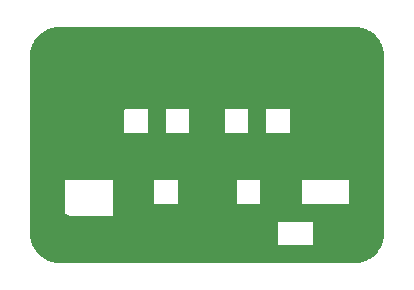
<source format=gbr>
%TF.GenerationSoftware,KiCad,Pcbnew,6.0.1-79c1e3a40b~116~ubuntu20.04.1*%
%TF.CreationDate,2022-01-29T00:58:04+01:00*%
%TF.ProjectId,filter,66696c74-6572-42e6-9b69-6361645f7063,rev?*%
%TF.SameCoordinates,Original*%
%TF.FileFunction,Soldermask,Top*%
%TF.FilePolarity,Negative*%
%FSLAX46Y46*%
G04 Gerber Fmt 4.6, Leading zero omitted, Abs format (unit mm)*
G04 Created by KiCad (PCBNEW 6.0.1-79c1e3a40b~116~ubuntu20.04.1) date 2022-01-29 00:58:04*
%MOMM*%
%LPD*%
G01*
G04 APERTURE LIST*
G04 Aperture macros list*
%AMRoundRect*
0 Rectangle with rounded corners*
0 $1 Rounding radius*
0 $2 $3 $4 $5 $6 $7 $8 $9 X,Y pos of 4 corners*
0 Add a 4 corners polygon primitive as box body*
4,1,4,$2,$3,$4,$5,$6,$7,$8,$9,$2,$3,0*
0 Add four circle primitives for the rounded corners*
1,1,$1+$1,$2,$3*
1,1,$1+$1,$4,$5*
1,1,$1+$1,$6,$7*
1,1,$1+$1,$8,$9*
0 Add four rect primitives between the rounded corners*
20,1,$1+$1,$2,$3,$4,$5,0*
20,1,$1+$1,$4,$5,$6,$7,0*
20,1,$1+$1,$6,$7,$8,$9,0*
20,1,$1+$1,$8,$9,$2,$3,0*%
G04 Aperture macros list end*
%ADD10RoundRect,0.250000X-0.450000X0.262500X-0.450000X-0.262500X0.450000X-0.262500X0.450000X0.262500X0*%
%ADD11RoundRect,0.250000X0.262500X0.450000X-0.262500X0.450000X-0.262500X-0.450000X0.262500X-0.450000X0*%
%ADD12C,3.400000*%
G04 APERTURE END LIST*
%TO.C,J2*%
G36*
X110500000Y-65500000D02*
G01*
X107500000Y-65500000D01*
X107500000Y-59500000D01*
X110500000Y-59500000D01*
X110500000Y-65500000D01*
G37*
%TO.C,J1*%
G36*
X137500000Y-65500000D02*
G01*
X134500000Y-65500000D01*
X134500000Y-59500000D01*
X137500000Y-59500000D01*
X137500000Y-65500000D01*
G37*
%TD*%
D10*
%TO.C,Z10*%
X111500000Y-62500000D03*
X111500000Y-64325000D03*
%TD*%
%TO.C,Z9*%
X113500000Y-62500000D03*
X113500000Y-64325000D03*
%TD*%
D11*
%TO.C,Z8*%
X117325000Y-62500000D03*
X115500000Y-62500000D03*
%TD*%
%TO.C,Z7*%
X120825000Y-62500000D03*
X119000000Y-62500000D03*
%TD*%
D10*
%TO.C,Z6*%
X121000000Y-64587500D03*
X121000000Y-66412500D03*
%TD*%
%TO.C,Z5*%
X124000000Y-64587500D03*
X124000000Y-66412500D03*
%TD*%
D11*
%TO.C,Z4*%
X126000000Y-62500000D03*
X124175000Y-62500000D03*
%TD*%
%TO.C,Z3*%
X129500000Y-62500000D03*
X127675000Y-62500000D03*
%TD*%
D10*
%TO.C,Z2*%
X131500000Y-62500000D03*
X131500000Y-64325000D03*
%TD*%
%TO.C,Z1*%
X133500000Y-62500000D03*
X133500000Y-64325000D03*
%TD*%
D12*
%TO.C,H8*%
X125000000Y-70000000D03*
%TD*%
%TO.C,H7*%
X125000000Y-55000000D03*
%TD*%
%TO.C,H6*%
X120000000Y-70000000D03*
%TD*%
%TO.C,H5*%
X110000000Y-55000000D03*
%TD*%
%TO.C,H4*%
X135000000Y-55000000D03*
%TD*%
%TO.C,H3*%
X120000000Y-55000000D03*
%TD*%
%TO.C,H2*%
X135000000Y-70000000D03*
%TD*%
%TO.C,H1*%
X110000000Y-70000000D03*
%TD*%
G36*
X110442121Y-70766002D02*
G01*
X110488614Y-70819658D01*
X110500000Y-70872000D01*
X110500000Y-70981885D01*
X110504475Y-70997124D01*
X110505865Y-70998329D01*
X110513548Y-71000000D01*
X131481885Y-71000000D01*
X131497124Y-70995525D01*
X131498329Y-70994135D01*
X131500000Y-70986452D01*
X131500000Y-70872000D01*
X131520002Y-70803879D01*
X131573658Y-70757386D01*
X131626000Y-70746000D01*
X137205393Y-70746000D01*
X137273514Y-70766002D01*
X137320007Y-70819658D01*
X137330111Y-70889932D01*
X137324706Y-70912503D01*
X137312354Y-70948889D01*
X137306047Y-70964114D01*
X137168717Y-71242592D01*
X137160476Y-71256866D01*
X136987973Y-71515034D01*
X136977940Y-71528109D01*
X136773212Y-71761557D01*
X136761557Y-71773212D01*
X136528109Y-71977940D01*
X136515034Y-71987973D01*
X136256866Y-72160476D01*
X136242592Y-72168717D01*
X135964114Y-72306047D01*
X135948888Y-72312354D01*
X135654871Y-72412160D01*
X135638950Y-72416426D01*
X135334413Y-72477001D01*
X135318073Y-72479152D01*
X135004119Y-72499730D01*
X134995878Y-72500000D01*
X110004122Y-72500000D01*
X109995881Y-72499730D01*
X109681927Y-72479152D01*
X109665587Y-72477001D01*
X109361050Y-72416426D01*
X109345129Y-72412160D01*
X109051112Y-72312354D01*
X109035886Y-72306047D01*
X108757408Y-72168717D01*
X108743134Y-72160476D01*
X108484966Y-71987973D01*
X108471891Y-71977940D01*
X108238443Y-71773212D01*
X108226788Y-71761557D01*
X108022060Y-71528109D01*
X108012027Y-71515034D01*
X107839524Y-71256866D01*
X107831283Y-71242592D01*
X107693953Y-70964114D01*
X107687646Y-70948889D01*
X107675294Y-70912503D01*
X107672337Y-70841568D01*
X107708200Y-70780295D01*
X107771496Y-70748138D01*
X107794607Y-70746000D01*
X110374000Y-70746000D01*
X110442121Y-70766002D01*
G37*
G36*
X135004119Y-52500270D02*
G01*
X135318073Y-52520848D01*
X135334413Y-52522999D01*
X135638950Y-52583574D01*
X135654871Y-52587840D01*
X135948888Y-52687646D01*
X135964114Y-52693953D01*
X136242592Y-52831283D01*
X136256866Y-52839524D01*
X136515034Y-53012027D01*
X136528109Y-53022060D01*
X136761557Y-53226788D01*
X136773212Y-53238443D01*
X136977940Y-53471891D01*
X136987973Y-53484966D01*
X137160476Y-53743134D01*
X137168717Y-53757408D01*
X137306047Y-54035886D01*
X137312354Y-54051112D01*
X137412160Y-54345129D01*
X137416426Y-54361050D01*
X137477001Y-54665587D01*
X137479152Y-54681927D01*
X137499730Y-54995881D01*
X137500000Y-55004122D01*
X137500000Y-59628000D01*
X137479998Y-59696121D01*
X137426342Y-59742614D01*
X137374000Y-59754000D01*
X129626000Y-59754000D01*
X129557879Y-59733998D01*
X129511386Y-59680342D01*
X129500000Y-59628000D01*
X129500000Y-59518115D01*
X129495525Y-59502876D01*
X129494135Y-59501671D01*
X129486452Y-59500000D01*
X127518115Y-59500000D01*
X127502876Y-59504475D01*
X127501671Y-59505865D01*
X127500000Y-59513548D01*
X127500000Y-59628000D01*
X127479998Y-59696121D01*
X127426342Y-59742614D01*
X127374000Y-59754000D01*
X126126000Y-59754000D01*
X126057879Y-59733998D01*
X126011386Y-59680342D01*
X126000000Y-59628000D01*
X126000000Y-59518115D01*
X125995525Y-59502876D01*
X125994135Y-59501671D01*
X125986452Y-59500000D01*
X124018115Y-59500000D01*
X124002876Y-59504475D01*
X124001671Y-59505865D01*
X124000000Y-59513548D01*
X124000000Y-59628000D01*
X123979998Y-59696121D01*
X123926342Y-59742614D01*
X123874000Y-59754000D01*
X121126000Y-59754000D01*
X121057879Y-59733998D01*
X121011386Y-59680342D01*
X121000000Y-59628000D01*
X121000000Y-59518115D01*
X120995525Y-59502876D01*
X120994135Y-59501671D01*
X120986452Y-59500000D01*
X119018115Y-59500000D01*
X119002876Y-59504475D01*
X119001671Y-59505865D01*
X119000000Y-59513548D01*
X119000000Y-59628000D01*
X118979998Y-59696121D01*
X118926342Y-59742614D01*
X118874000Y-59754000D01*
X117626000Y-59754000D01*
X117557879Y-59733998D01*
X117511386Y-59680342D01*
X117500000Y-59628000D01*
X117500000Y-59518115D01*
X117495525Y-59502876D01*
X117494135Y-59501671D01*
X117486452Y-59500000D01*
X115518115Y-59500000D01*
X115502876Y-59504475D01*
X115501671Y-59505865D01*
X115500000Y-59513548D01*
X115500000Y-59628000D01*
X115479998Y-59696121D01*
X115426342Y-59742614D01*
X115374000Y-59754000D01*
X107626000Y-59754000D01*
X107557879Y-59733998D01*
X107511386Y-59680342D01*
X107500000Y-59628000D01*
X107500000Y-55004122D01*
X107500270Y-54995881D01*
X107520848Y-54681927D01*
X107522999Y-54665587D01*
X107583574Y-54361050D01*
X107587840Y-54345129D01*
X107687646Y-54051112D01*
X107693953Y-54035886D01*
X107831283Y-53757408D01*
X107839524Y-53743134D01*
X108012027Y-53484966D01*
X108022060Y-53471891D01*
X108226788Y-53238443D01*
X108238443Y-53226788D01*
X108471891Y-53022060D01*
X108484966Y-53012027D01*
X108743134Y-52839524D01*
X108757408Y-52831283D01*
X109035886Y-52693953D01*
X109051112Y-52687646D01*
X109345129Y-52587840D01*
X109361050Y-52583574D01*
X109665587Y-52522999D01*
X109681927Y-52520848D01*
X109995881Y-52500270D01*
X110004122Y-52500000D01*
X134995878Y-52500000D01*
X135004119Y-52500270D01*
G37*
G36*
X110503094Y-64746152D02*
G01*
X110518709Y-64746919D01*
X110531015Y-64748131D01*
X110543426Y-64749972D01*
X110555552Y-64752384D01*
X110567733Y-64755435D01*
X110579565Y-64759024D01*
X110591371Y-64763248D01*
X110602798Y-64767981D01*
X110614141Y-64773346D01*
X110625052Y-64779178D01*
X110635810Y-64785627D01*
X110646079Y-64792489D01*
X110656163Y-64799967D01*
X110665733Y-64807821D01*
X110675025Y-64816244D01*
X110683756Y-64824975D01*
X110692179Y-64834267D01*
X110700033Y-64843837D01*
X110707511Y-64853921D01*
X110714373Y-64864190D01*
X110720822Y-64874948D01*
X110726654Y-64885859D01*
X110732019Y-64897202D01*
X110736752Y-64908629D01*
X110740976Y-64920435D01*
X110744565Y-64932267D01*
X110747616Y-64944448D01*
X110750028Y-64956574D01*
X110751869Y-64968985D01*
X110753081Y-64981291D01*
X110753848Y-64996906D01*
X110754000Y-65003088D01*
X110754000Y-65374000D01*
X110733998Y-65442121D01*
X110680342Y-65488614D01*
X110628000Y-65500000D01*
X110518115Y-65500000D01*
X110502876Y-65504475D01*
X110501671Y-65505865D01*
X110500000Y-65513548D01*
X110500000Y-68481885D01*
X110504475Y-68497124D01*
X110505865Y-68498329D01*
X110513548Y-68500000D01*
X110628000Y-68500000D01*
X110696121Y-68520002D01*
X110742614Y-68573658D01*
X110754000Y-68626000D01*
X110754000Y-70996912D01*
X110753848Y-71003094D01*
X110753081Y-71018709D01*
X110751869Y-71031015D01*
X110750028Y-71043426D01*
X110747616Y-71055552D01*
X110744565Y-71067733D01*
X110740976Y-71079565D01*
X110736752Y-71091371D01*
X110732019Y-71102798D01*
X110726654Y-71114141D01*
X110720822Y-71125052D01*
X110714373Y-71135810D01*
X110707511Y-71146079D01*
X110700033Y-71156163D01*
X110692179Y-71165733D01*
X110683756Y-71175025D01*
X110675025Y-71183756D01*
X110665733Y-71192179D01*
X110656163Y-71200033D01*
X110646079Y-71207511D01*
X110635810Y-71214373D01*
X110625052Y-71220822D01*
X110614141Y-71226654D01*
X110602798Y-71232019D01*
X110591371Y-71236752D01*
X110579565Y-71240976D01*
X110567733Y-71244565D01*
X110555552Y-71247616D01*
X110543426Y-71250028D01*
X110531015Y-71251869D01*
X110518709Y-71253081D01*
X110503094Y-71253848D01*
X110496912Y-71254000D01*
X107915260Y-71254000D01*
X107847139Y-71233998D01*
X107802254Y-71183728D01*
X107693953Y-70964114D01*
X107687646Y-70948888D01*
X107587840Y-70654871D01*
X107583574Y-70638950D01*
X107522999Y-70334413D01*
X107520848Y-70318073D01*
X107500270Y-70004119D01*
X107500000Y-69995878D01*
X107500000Y-64872000D01*
X107520002Y-64803879D01*
X107573658Y-64757386D01*
X107626000Y-64746000D01*
X110496912Y-64746000D01*
X110503094Y-64746152D01*
G37*
G36*
X118003094Y-65246152D02*
G01*
X118018709Y-65246919D01*
X118031018Y-65248131D01*
X118039329Y-65249364D01*
X118103777Y-65279146D01*
X118141892Y-65339044D01*
X118141574Y-65410040D01*
X118102923Y-65469593D01*
X118038210Y-65498797D01*
X118020838Y-65500000D01*
X118018115Y-65500000D01*
X118002876Y-65504475D01*
X118001671Y-65505865D01*
X118000000Y-65513548D01*
X118000000Y-67481885D01*
X118004475Y-67497124D01*
X118005865Y-67498329D01*
X118013548Y-67500000D01*
X119981885Y-67500000D01*
X119997124Y-67495525D01*
X119998329Y-67494135D01*
X120000000Y-67486452D01*
X120000000Y-65518115D01*
X119995525Y-65502876D01*
X119994135Y-65501671D01*
X119986452Y-65500000D01*
X119979162Y-65500000D01*
X119911041Y-65479998D01*
X119864548Y-65426342D01*
X119854444Y-65356068D01*
X119883938Y-65291488D01*
X119943664Y-65253104D01*
X119960671Y-65249364D01*
X119968982Y-65248131D01*
X119981291Y-65246919D01*
X119996906Y-65246152D01*
X120003088Y-65246000D01*
X124996912Y-65246000D01*
X125003094Y-65246152D01*
X125018709Y-65246919D01*
X125031018Y-65248131D01*
X125039329Y-65249364D01*
X125103777Y-65279146D01*
X125141892Y-65339044D01*
X125141574Y-65410040D01*
X125102923Y-65469593D01*
X125038210Y-65498797D01*
X125020838Y-65500000D01*
X125018115Y-65500000D01*
X125002876Y-65504475D01*
X125001671Y-65505865D01*
X125000000Y-65513548D01*
X125000000Y-67481885D01*
X125004475Y-67497124D01*
X125005865Y-67498329D01*
X125013548Y-67500000D01*
X126981885Y-67500000D01*
X126997124Y-67495525D01*
X126998329Y-67494135D01*
X127000000Y-67486452D01*
X127000000Y-67372000D01*
X127020002Y-67303879D01*
X127073658Y-67257386D01*
X127126000Y-67246000D01*
X128496912Y-67246000D01*
X128503094Y-67246152D01*
X128518709Y-67246919D01*
X128531015Y-67248131D01*
X128543426Y-67249972D01*
X128555552Y-67252384D01*
X128567733Y-67255435D01*
X128579565Y-67259024D01*
X128591371Y-67263248D01*
X128602798Y-67267981D01*
X128614141Y-67273346D01*
X128625052Y-67279178D01*
X128635810Y-67285627D01*
X128646079Y-67292489D01*
X128656163Y-67299967D01*
X128665733Y-67307821D01*
X128675025Y-67316244D01*
X128683756Y-67324975D01*
X128692179Y-67334267D01*
X128700033Y-67343837D01*
X128707511Y-67353921D01*
X128714373Y-67364190D01*
X128720822Y-67374948D01*
X128726654Y-67385859D01*
X128732019Y-67397202D01*
X128736752Y-67408629D01*
X128740976Y-67420435D01*
X128744565Y-67432267D01*
X128747616Y-67444448D01*
X128750028Y-67456574D01*
X128751869Y-67468985D01*
X128753081Y-67481291D01*
X128753848Y-67496906D01*
X128754000Y-67503088D01*
X128754000Y-68874000D01*
X128733998Y-68942121D01*
X128680342Y-68988614D01*
X128628000Y-69000000D01*
X128518115Y-69000000D01*
X128502876Y-69004475D01*
X128501671Y-69005865D01*
X128500000Y-69013548D01*
X128500000Y-70981885D01*
X128504475Y-70997124D01*
X128505865Y-70998329D01*
X128513548Y-71000000D01*
X128520838Y-71000000D01*
X128588959Y-71020002D01*
X128635452Y-71073658D01*
X128645556Y-71143932D01*
X128616062Y-71208512D01*
X128556336Y-71246896D01*
X128539329Y-71250636D01*
X128531018Y-71251869D01*
X128518709Y-71253081D01*
X128503094Y-71253848D01*
X128496912Y-71254000D01*
X110503088Y-71254000D01*
X110496906Y-71253848D01*
X110481291Y-71253081D01*
X110468985Y-71251869D01*
X110456574Y-71250028D01*
X110444448Y-71247616D01*
X110432267Y-71244565D01*
X110420435Y-71240976D01*
X110408629Y-71236752D01*
X110397202Y-71232019D01*
X110385859Y-71226654D01*
X110374948Y-71220822D01*
X110364190Y-71214373D01*
X110353921Y-71207511D01*
X110343837Y-71200033D01*
X110334267Y-71192179D01*
X110324975Y-71183756D01*
X110316244Y-71175025D01*
X110307821Y-71165733D01*
X110299967Y-71156163D01*
X110292489Y-71146079D01*
X110285627Y-71135810D01*
X110279178Y-71125052D01*
X110273346Y-71114141D01*
X110267981Y-71102798D01*
X110263248Y-71091371D01*
X110259024Y-71079565D01*
X110255435Y-71067733D01*
X110252384Y-71055552D01*
X110249972Y-71043426D01*
X110248131Y-71031015D01*
X110246919Y-71018709D01*
X110246152Y-71003094D01*
X110246000Y-70996912D01*
X110246000Y-68503088D01*
X110246152Y-68496906D01*
X110246919Y-68481291D01*
X110248131Y-68468982D01*
X110249364Y-68460671D01*
X110279146Y-68396223D01*
X110339044Y-68358108D01*
X110410040Y-68358426D01*
X110469593Y-68397077D01*
X110498797Y-68461790D01*
X110500000Y-68479162D01*
X110500000Y-68481885D01*
X110504475Y-68497124D01*
X110505865Y-68498329D01*
X110513548Y-68500000D01*
X114481885Y-68500000D01*
X114497124Y-68495525D01*
X114498329Y-68494135D01*
X114500000Y-68486452D01*
X114500000Y-65518115D01*
X114495525Y-65502876D01*
X114494135Y-65501671D01*
X114486452Y-65500000D01*
X114479162Y-65500000D01*
X114411041Y-65479998D01*
X114364548Y-65426342D01*
X114354444Y-65356068D01*
X114383938Y-65291488D01*
X114443664Y-65253104D01*
X114460671Y-65249364D01*
X114468982Y-65248131D01*
X114481291Y-65246919D01*
X114496906Y-65246152D01*
X114503088Y-65246000D01*
X117996912Y-65246000D01*
X118003094Y-65246152D01*
G37*
G36*
X137442121Y-67266002D02*
G01*
X137488614Y-67319658D01*
X137500000Y-67372000D01*
X137500000Y-69995878D01*
X137499730Y-70004119D01*
X137479152Y-70318073D01*
X137477001Y-70334413D01*
X137416426Y-70638950D01*
X137412160Y-70654871D01*
X137312354Y-70948888D01*
X137306047Y-70964114D01*
X137197746Y-71183728D01*
X137149678Y-71235977D01*
X137084740Y-71254000D01*
X131503088Y-71254000D01*
X131496906Y-71253848D01*
X131481291Y-71253081D01*
X131468982Y-71251869D01*
X131460671Y-71250636D01*
X131396223Y-71220854D01*
X131358108Y-71160956D01*
X131358426Y-71089960D01*
X131397077Y-71030407D01*
X131461790Y-71001203D01*
X131479162Y-71000000D01*
X131481885Y-71000000D01*
X131497124Y-70995525D01*
X131498329Y-70994135D01*
X131500000Y-70986452D01*
X131500000Y-69018115D01*
X131495525Y-69002876D01*
X131494135Y-69001671D01*
X131486452Y-69000000D01*
X131372000Y-69000000D01*
X131303879Y-68979998D01*
X131257386Y-68926342D01*
X131246000Y-68874000D01*
X131246000Y-67626000D01*
X131266002Y-67557879D01*
X131319658Y-67511386D01*
X131372000Y-67500000D01*
X134481885Y-67500000D01*
X134497124Y-67495525D01*
X134498329Y-67494135D01*
X134500000Y-67486452D01*
X134500000Y-67372000D01*
X134520002Y-67303879D01*
X134573658Y-67257386D01*
X134626000Y-67246000D01*
X137374000Y-67246000D01*
X137442121Y-67266002D01*
G37*
G36*
X137442121Y-64766002D02*
G01*
X137488614Y-64819658D01*
X137500000Y-64872000D01*
X137500000Y-67628000D01*
X137479998Y-67696121D01*
X137426342Y-67742614D01*
X137374000Y-67754000D01*
X134503088Y-67754000D01*
X134496906Y-67753848D01*
X134481291Y-67753081D01*
X134468982Y-67751869D01*
X134460671Y-67750636D01*
X134396223Y-67720854D01*
X134358108Y-67660956D01*
X134358426Y-67589960D01*
X134397077Y-67530407D01*
X134461790Y-67501203D01*
X134479162Y-67500000D01*
X134481885Y-67500000D01*
X134497124Y-67495525D01*
X134498329Y-67494135D01*
X134500000Y-67486452D01*
X134500000Y-65518115D01*
X134495525Y-65502876D01*
X134494135Y-65501671D01*
X134486452Y-65500000D01*
X134372000Y-65500000D01*
X134303879Y-65479998D01*
X134257386Y-65426342D01*
X134246000Y-65374000D01*
X134246000Y-65003088D01*
X134246152Y-64996906D01*
X134246919Y-64981291D01*
X134248131Y-64968985D01*
X134249972Y-64956574D01*
X134252384Y-64944448D01*
X134255435Y-64932267D01*
X134259024Y-64920435D01*
X134263248Y-64908629D01*
X134267981Y-64897202D01*
X134273346Y-64885859D01*
X134279178Y-64874948D01*
X134285627Y-64864190D01*
X134292489Y-64853921D01*
X134299967Y-64843837D01*
X134307821Y-64834267D01*
X134316244Y-64824975D01*
X134324975Y-64816244D01*
X134334267Y-64807821D01*
X134343837Y-64799967D01*
X134353921Y-64792489D01*
X134364190Y-64785627D01*
X134374948Y-64779178D01*
X134385859Y-64773346D01*
X134397202Y-64767981D01*
X134408629Y-64763248D01*
X134420435Y-64759024D01*
X134432267Y-64755435D01*
X134444448Y-64752384D01*
X134456574Y-64749972D01*
X134468985Y-64748131D01*
X134481291Y-64746919D01*
X134496906Y-64746152D01*
X134503088Y-64746000D01*
X137374000Y-64746000D01*
X137442121Y-64766002D01*
G37*
G36*
X130503094Y-64746152D02*
G01*
X130518709Y-64746919D01*
X130531015Y-64748131D01*
X130543426Y-64749972D01*
X130555552Y-64752384D01*
X130567733Y-64755435D01*
X130579565Y-64759024D01*
X130591371Y-64763248D01*
X130602798Y-64767981D01*
X130614141Y-64773346D01*
X130625052Y-64779178D01*
X130635810Y-64785627D01*
X130646079Y-64792489D01*
X130656163Y-64799967D01*
X130665733Y-64807821D01*
X130675025Y-64816244D01*
X130683756Y-64824975D01*
X130692179Y-64834267D01*
X130700033Y-64843837D01*
X130707511Y-64853921D01*
X130714373Y-64864190D01*
X130720822Y-64874948D01*
X130726654Y-64885859D01*
X130732019Y-64897202D01*
X130736752Y-64908629D01*
X130740976Y-64920435D01*
X130744565Y-64932267D01*
X130747616Y-64944448D01*
X130750028Y-64956574D01*
X130751869Y-64968985D01*
X130753081Y-64981291D01*
X130753848Y-64996906D01*
X130754000Y-65003088D01*
X130754000Y-65374000D01*
X130733998Y-65442121D01*
X130680342Y-65488614D01*
X130628000Y-65500000D01*
X130518115Y-65500000D01*
X130502876Y-65504475D01*
X130501671Y-65505865D01*
X130500000Y-65513548D01*
X130500000Y-67481885D01*
X130504475Y-67497124D01*
X130505865Y-67498329D01*
X130513548Y-67500000D01*
X131628000Y-67500000D01*
X131696121Y-67520002D01*
X131742614Y-67573658D01*
X131754000Y-67626000D01*
X131754000Y-68996912D01*
X131753848Y-69003094D01*
X131753081Y-69018709D01*
X131751869Y-69031018D01*
X131750636Y-69039329D01*
X131720854Y-69103777D01*
X131660956Y-69141892D01*
X131589960Y-69141574D01*
X131530407Y-69102923D01*
X131501203Y-69038210D01*
X131500000Y-69020838D01*
X131500000Y-69018115D01*
X131495525Y-69002876D01*
X131494135Y-69001671D01*
X131486452Y-69000000D01*
X128518115Y-69000000D01*
X128502876Y-69004475D01*
X128501671Y-69005865D01*
X128500000Y-69013548D01*
X128500000Y-69020838D01*
X128479998Y-69088959D01*
X128426342Y-69135452D01*
X128356068Y-69145556D01*
X128291488Y-69116062D01*
X128253104Y-69056336D01*
X128249364Y-69039329D01*
X128248131Y-69031018D01*
X128246919Y-69018709D01*
X128246152Y-69003094D01*
X128246000Y-68996912D01*
X128246000Y-68772115D01*
X128241525Y-68756876D01*
X128240135Y-68755671D01*
X128232452Y-68754000D01*
X127003088Y-68754000D01*
X126996906Y-68753848D01*
X126981291Y-68753081D01*
X126968985Y-68751869D01*
X126956574Y-68750028D01*
X126944448Y-68747616D01*
X126932267Y-68744565D01*
X126920435Y-68740976D01*
X126908629Y-68736752D01*
X126897202Y-68732019D01*
X126885859Y-68726654D01*
X126874948Y-68720822D01*
X126864190Y-68714373D01*
X126853921Y-68707511D01*
X126843837Y-68700033D01*
X126834267Y-68692179D01*
X126824975Y-68683756D01*
X126816244Y-68675025D01*
X126807821Y-68665733D01*
X126799967Y-68656163D01*
X126792489Y-68646079D01*
X126785627Y-68635810D01*
X126779178Y-68625052D01*
X126773346Y-68614141D01*
X126767981Y-68602798D01*
X126763248Y-68591371D01*
X126759024Y-68579565D01*
X126755435Y-68567733D01*
X126752384Y-68555552D01*
X126749972Y-68543426D01*
X126748131Y-68531015D01*
X126746919Y-68518709D01*
X126746152Y-68503094D01*
X126746000Y-68496912D01*
X126746000Y-67626000D01*
X126766002Y-67557879D01*
X126819658Y-67511386D01*
X126872000Y-67500000D01*
X126981885Y-67500000D01*
X126997124Y-67495525D01*
X126998329Y-67494135D01*
X127000000Y-67486452D01*
X127000000Y-65518115D01*
X126995525Y-65502876D01*
X126994135Y-65501671D01*
X126986452Y-65500000D01*
X126872000Y-65500000D01*
X126803879Y-65479998D01*
X126757386Y-65426342D01*
X126746000Y-65374000D01*
X126746000Y-65003088D01*
X126746152Y-64996906D01*
X126746919Y-64981291D01*
X126748131Y-64968985D01*
X126749972Y-64956574D01*
X126752384Y-64944448D01*
X126755435Y-64932267D01*
X126759024Y-64920435D01*
X126763248Y-64908629D01*
X126767981Y-64897202D01*
X126773346Y-64885859D01*
X126779178Y-64874948D01*
X126785627Y-64864190D01*
X126792489Y-64853921D01*
X126799967Y-64843837D01*
X126807821Y-64834267D01*
X126816244Y-64824975D01*
X126824975Y-64816244D01*
X126834267Y-64807821D01*
X126843837Y-64799967D01*
X126853921Y-64792489D01*
X126864190Y-64785627D01*
X126874948Y-64779178D01*
X126885859Y-64773346D01*
X126897202Y-64767981D01*
X126908629Y-64763248D01*
X126920435Y-64759024D01*
X126932267Y-64755435D01*
X126944448Y-64752384D01*
X126956574Y-64749972D01*
X126968985Y-64748131D01*
X126981291Y-64746919D01*
X126996906Y-64746152D01*
X127003088Y-64746000D01*
X130496912Y-64746000D01*
X130503094Y-64746152D01*
G37*
G36*
X115503094Y-59246152D02*
G01*
X115518709Y-59246919D01*
X115531018Y-59248131D01*
X115539329Y-59249364D01*
X115603777Y-59279146D01*
X115641892Y-59339044D01*
X115641574Y-59410040D01*
X115602923Y-59469593D01*
X115538210Y-59498797D01*
X115520838Y-59500000D01*
X115518115Y-59500000D01*
X115502876Y-59504475D01*
X115501671Y-59505865D01*
X115500000Y-59513548D01*
X115500000Y-61481885D01*
X115504475Y-61497124D01*
X115505865Y-61498329D01*
X115513548Y-61500000D01*
X117481885Y-61500000D01*
X117497124Y-61495525D01*
X117498329Y-61494135D01*
X117500000Y-61486452D01*
X117500000Y-59518115D01*
X117495525Y-59502876D01*
X117494135Y-59501671D01*
X117486452Y-59500000D01*
X117479162Y-59500000D01*
X117411041Y-59479998D01*
X117364548Y-59426342D01*
X117354444Y-59356068D01*
X117383938Y-59291488D01*
X117443664Y-59253104D01*
X117460671Y-59249364D01*
X117468982Y-59248131D01*
X117481291Y-59246919D01*
X117496906Y-59246152D01*
X117503088Y-59246000D01*
X118996912Y-59246000D01*
X119003094Y-59246152D01*
X119018709Y-59246919D01*
X119031018Y-59248131D01*
X119039329Y-59249364D01*
X119103777Y-59279146D01*
X119141892Y-59339044D01*
X119141574Y-59410040D01*
X119102923Y-59469593D01*
X119038210Y-59498797D01*
X119020838Y-59500000D01*
X119018115Y-59500000D01*
X119002876Y-59504475D01*
X119001671Y-59505865D01*
X119000000Y-59513548D01*
X119000000Y-61481885D01*
X119004475Y-61497124D01*
X119005865Y-61498329D01*
X119013548Y-61500000D01*
X120981885Y-61500000D01*
X120997124Y-61495525D01*
X120998329Y-61494135D01*
X121000000Y-61486452D01*
X121000000Y-59518115D01*
X120995525Y-59502876D01*
X120994135Y-59501671D01*
X120986452Y-59500000D01*
X120979162Y-59500000D01*
X120911041Y-59479998D01*
X120864548Y-59426342D01*
X120854444Y-59356068D01*
X120883938Y-59291488D01*
X120943664Y-59253104D01*
X120960671Y-59249364D01*
X120968982Y-59248131D01*
X120981291Y-59246919D01*
X120996906Y-59246152D01*
X121003088Y-59246000D01*
X123996912Y-59246000D01*
X124003094Y-59246152D01*
X124018709Y-59246919D01*
X124031018Y-59248131D01*
X124039329Y-59249364D01*
X124103777Y-59279146D01*
X124141892Y-59339044D01*
X124141574Y-59410040D01*
X124102923Y-59469593D01*
X124038210Y-59498797D01*
X124020838Y-59500000D01*
X124018115Y-59500000D01*
X124002876Y-59504475D01*
X124001671Y-59505865D01*
X124000000Y-59513548D01*
X124000000Y-61481885D01*
X124004475Y-61497124D01*
X124005865Y-61498329D01*
X124013548Y-61500000D01*
X125981885Y-61500000D01*
X125997124Y-61495525D01*
X125998329Y-61494135D01*
X126000000Y-61486452D01*
X126000000Y-59518115D01*
X125995525Y-59502876D01*
X125994135Y-59501671D01*
X125986452Y-59500000D01*
X125979162Y-59500000D01*
X125911041Y-59479998D01*
X125864548Y-59426342D01*
X125854444Y-59356068D01*
X125883938Y-59291488D01*
X125943664Y-59253104D01*
X125960671Y-59249364D01*
X125968982Y-59248131D01*
X125981291Y-59246919D01*
X125996906Y-59246152D01*
X126003088Y-59246000D01*
X127496912Y-59246000D01*
X127503094Y-59246152D01*
X127518709Y-59246919D01*
X127531018Y-59248131D01*
X127539329Y-59249364D01*
X127603777Y-59279146D01*
X127641892Y-59339044D01*
X127641574Y-59410040D01*
X127602923Y-59469593D01*
X127538210Y-59498797D01*
X127520838Y-59500000D01*
X127518115Y-59500000D01*
X127502876Y-59504475D01*
X127501671Y-59505865D01*
X127500000Y-59513548D01*
X127500000Y-61481885D01*
X127504475Y-61497124D01*
X127505865Y-61498329D01*
X127513548Y-61500000D01*
X129481885Y-61500000D01*
X129497124Y-61495525D01*
X129498329Y-61494135D01*
X129500000Y-61486452D01*
X129500000Y-59518115D01*
X129495525Y-59502876D01*
X129494135Y-59501671D01*
X129486452Y-59500000D01*
X129479162Y-59500000D01*
X129411041Y-59479998D01*
X129364548Y-59426342D01*
X129354444Y-59356068D01*
X129383938Y-59291488D01*
X129443664Y-59253104D01*
X129460671Y-59249364D01*
X129468982Y-59248131D01*
X129481291Y-59246919D01*
X129496906Y-59246152D01*
X129503088Y-59246000D01*
X137374000Y-59246000D01*
X137442121Y-59266002D01*
X137488614Y-59319658D01*
X137500000Y-59372000D01*
X137500000Y-65628000D01*
X137479998Y-65696121D01*
X137426342Y-65742614D01*
X137374000Y-65754000D01*
X134626000Y-65754000D01*
X134557879Y-65733998D01*
X134511386Y-65680342D01*
X134500000Y-65628000D01*
X134500000Y-65518115D01*
X134495525Y-65502876D01*
X134494135Y-65501671D01*
X134486452Y-65500000D01*
X110518115Y-65500000D01*
X110502876Y-65504475D01*
X110501671Y-65505865D01*
X110500000Y-65513548D01*
X110500000Y-65628000D01*
X110479998Y-65696121D01*
X110426342Y-65742614D01*
X110374000Y-65754000D01*
X107626000Y-65754000D01*
X107557879Y-65733998D01*
X107511386Y-65680342D01*
X107500000Y-65628000D01*
X107500000Y-59372000D01*
X107520002Y-59303879D01*
X107573658Y-59257386D01*
X107626000Y-59246000D01*
X115496912Y-59246000D01*
X115503094Y-59246152D01*
G37*
M02*

</source>
